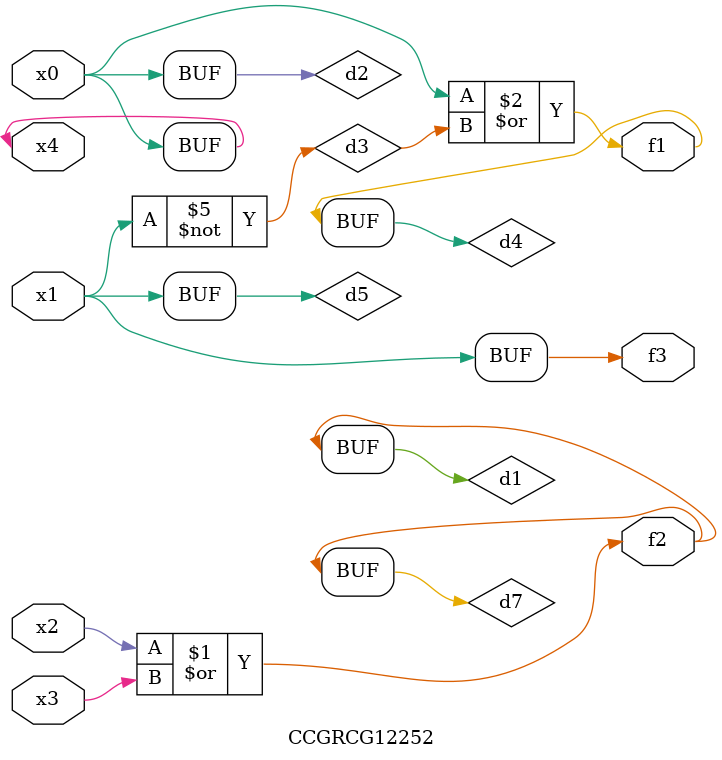
<source format=v>
module CCGRCG12252(
	input x0, x1, x2, x3, x4,
	output f1, f2, f3
);

	wire d1, d2, d3, d4, d5, d6, d7;

	or (d1, x2, x3);
	buf (d2, x0, x4);
	not (d3, x1);
	or (d4, d2, d3);
	not (d5, d3);
	nand (d6, d1, d3);
	or (d7, d1);
	assign f1 = d4;
	assign f2 = d7;
	assign f3 = d5;
endmodule

</source>
